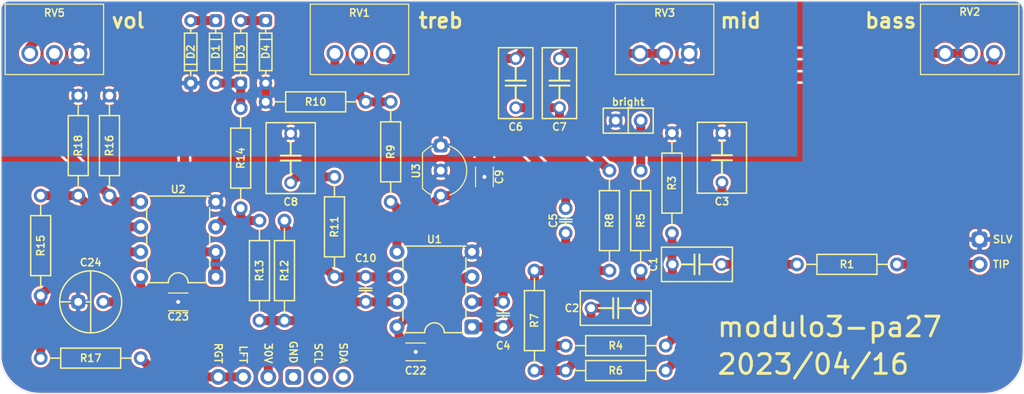
<source format=kicad_pcb>
(kicad_pcb (version 20221018) (generator pcbnew)
  (layers (0 "F.Cu" signal) (31 "B.Cu" signal) (34 "B.Paste" user) (35 "F.Paste" user) (36 "B.SilkS" user "B.Silkscreen") (37 "F.SilkS" user "F.Silkscreen") (38 "B.Mask" user) (39 "F.Mask" user) (44 "Edge.Cuts" user))
  (net 0 "")
  (net 1 "+28V")
  (net 2 "GND")
  (net 3 "Net-(C1-Pad1)")
  (net 4 "Net-(U1A--)")
  (net 5 "Net-(C1-Pad2)")
  (net 6 "Net-(C2-Pad1)")
  (net 7 "Net-(R10-Pad2)")
  (net 8 "Net-(U1B--)")
  (net 9 "Net-(C3-Pad2)")
  (net 10 "Net-(C4-Pad2)")
  (net 11 "Net-(C8-Pad2)")
  (net 12 "Net-(D1-K)")
  (net 13 "Net-(C10-Pad2)")
  (net 14 "/PA_OUT")
  (net 15 "/VGND")
  (net 16 "Net-(C6-Pad1)")
  (net 17 "Net-(D1-A)")
  (net 18 "Net-(D3-A)")
  (net 19 "Net-(U1A-+)")
  (net 20 "Net-(U1B-+)")
  (net 21 "Net-(U2A-+)")
  (net 22 "Net-(U2B--)")
  (net 23 "Net-(U2B-+)")
  (net 24 "Net-(U2A--)")
  (net 25 "Net-(R15-Pad1)")
  (net 26 "/BRT")
  (net 27 "/TRB")
  (net 28 "/BAS")
  (net 29 "/MID")
  (net 33 "Net-(U4-TIP)")
  (footprint "myAmp:C_FILM_L7.2mm_W5.0mm_P5.00mm" (layer "F.Cu") (at 123.825 66 -90)
    (fp_text reference "C3" (at 4.445 0) (layer "F.SilkS") (effects (font (size 0.75 0.75))))
    (fp_text value "1µF" hide)
    (pad "1" thru_hole circle (at -2.5 0 270) (size 1.3 1.3) (drill 0.8) (layers "*.Cu" "*.Mask") (net 15 "/VGND"))
    (pad "2" thru_hole circle (at 2.5 0 270) (size 1.3 1.3) (drill 0.8) (layers "*.Cu" "*.Mask") (net 9 "Net-(C3-Pad2)"))
  )
  (footprint "myAmp:C_2.5MM" (layer "F.Cu") (at 101.6 81.915 -90)
    (fp_text reference "C4" (at 3.175 0) (layer "F.SilkS") (effects (font (size 0.75 0.75))))
    (fp_text value "120pF" hide)
    (pad "1" thru_hole circle (at -1.27 0 270) (size 1.4 1.4) (drill 0.8) (layers "*.Cu" "*.Mask") (net 4 "Net-(U1A--)"))
    (pad "2" thru_hole circle (at 1.27 0 270) (size 1.4 1.4) (drill 0.8) (layers "*.Cu" "*.Mask") (net 10 "Net-(C4-Pad2)"))
  )
  (footprint "myAmp:DO35" (layer "F.Cu") (at 69.85 55.245 90)
    (fp_text reference "D2" (at 0 0 90) (layer "F.SilkS") (effects (font (size 0.75 0.75))))
    (fp_text value "1N4148")
    (pad "1" thru_hole roundrect (at -3.175 0 90) (size 1.3 1.3) (drill 0.7) (layers "*.Cu" "*.Mask") (net 15 "/VGND"))
    (pad "2" thru_hole circle (at 3.175 0 90) (size 1.3 1.3) (drill 0.7) (layers "*.Cu" "*.Mask") (net 12 "Net-(D1-K)"))
  )
  (footprint "myAmp:R_10MM" (layer "F.Cu") (at 118.745 68.58 -90)
    (fp_text reference "R3" (at 0 0 90) (layer "F.SilkS") (effects (font (size 0.75 0.75))))
    (fp_text value "1M" hide)
    (pad "1" thru_hole circle (at -5.08 0 270) (size 1.4 1.4) (drill 0.8) (layers "*.Cu" "*.Mask") (net 15 "/VGND"))
    (pad "2" thru_hole circle (at 5.08 0 270) (size 1.4 1.4) (drill 0.8) (layers "*.Cu" "*.Mask") (net 5 "Net-(C1-Pad2)"))
  )
  (footprint "myAmp:R_10MM" (layer "F.Cu") (at 115.57 72.39 -90)
    (fp_text reference "R5" (at 0 0 90) (layer "F.SilkS") (effects (font (size 0.75 0.75))))
    (fp_text value "1k" hide)
    (pad "1" thru_hole circle (at -5.08 0 270) (size 1.4 1.4) (drill 0.8) (layers "*.Cu" "*.Mask") (net 26 "/BRT"))
    (pad "2" thru_hole circle (at 5.08 0 270) (size 1.4 1.4) (drill 0.8) (layers "*.Cu" "*.Mask") (net 6 "Net-(C2-Pad1)"))
  )
  (footprint "myAmp:R_10MM" (layer "F.Cu") (at 113.03 87.63 180)
    (fp_text reference "R6" (at 0 0) (layer "F.SilkS") (effects (font (size 0.75 0.75))))
    (fp_text value "4k7" hide)
    (pad "1" thru_hole circle (at -5.08 0 180) (size 1.4 1.4) (drill 0.8) (layers "*.Cu" "*.Mask") (net 9 "Net-(C3-Pad2)"))
    (pad "2" thru_hole circle (at 5.08 0 180) (size 1.4 1.4) (drill 0.8) (layers "*.Cu" "*.Mask") (net 4 "Net-(U1A--)"))
  )
  (footprint "myAmp:C_2.5MM" (layer "F.Cu") (at 107.95 72.39 90)
    (fp_text reference "C5" (at 0 -1.27 90) (layer "F.SilkS") (effects (font (size 0.75 0.75))))
    (fp_text value "250pF" hide)
    (pad "1" thru_hole circle (at -1.27 0 90) (size 1.4 1.4) (drill 0.8) (layers "*.Cu" "*.Mask") (net 10 "Net-(C4-Pad2)"))
    (pad "2" thru_hole circle (at 1.27 0 90) (size 1.4 1.4) (drill 0.8) (layers "*.Cu" "*.Mask") (net 27 "/TRB"))
  )
  (footprint "myAmp:DO35" (layer "F.Cu") (at 74.93 55.245 90)
    (fp_text reference "D3" (at 0 0 90) (layer "F.SilkS") (effects (font (size 0.75 0.75))))
    (fp_text value "1N4148")
    (pad "1" thru_hole roundrect (at -3.175 0 90) (size 1.3 1.3) (drill 0.7) (layers "*.Cu" "*.Mask") (net 17 "Net-(D1-A)"))
    (pad "2" thru_hole circle (at 3.175 0 90) (size 1.3 1.3) (drill 0.7) (layers "*.Cu" "*.Mask") (net 18 "Net-(D3-A)"))
  )
  (footprint "myAmp:DO35" (layer "F.Cu") (at 77.47 55.245 -90)
    (fp_text reference "D4" (at 0 0 90) (layer "F.SilkS") (effects (font (size 0.75 0.75))))
    (fp_text value "1N4148")
    (pad "1" thru_hole roundrect (at -3.175 0 270) (size 1.3 1.3) (drill 0.7) (layers "*.Cu" "*.Mask") (net 18 "Net-(D3-A)"))
    (pad "2" thru_hole circle (at 3.175 0 270) (size 1.3 1.3) (drill 0.7) (layers "*.Cu" "*.Mask") (net 15 "/VGND"))
  )
  (footprint "myAmp:R_10MM" (layer "F.Cu") (at 104.775 82.55 -90)
    (fp_text reference "R7" (at 0 0 -270) (layer "F.SilkS") (effects (font (size 0.75 0.75))))
    (fp_text value "47k" hide)
    (pad "1" thru_hole circle (at -5.08 0 270) (size 1.4 1.4) (drill 0.8) (layers "*.Cu" "*.Mask") (net 10 "Net-(C4-Pad2)"))
    (pad "2" thru_hole circle (at 5.08 0 270) (size 1.4 1.4) (drill 0.8) (layers "*.Cu" "*.Mask") (net 4 "Net-(U1A--)"))
  )
  (footprint "myAmp:R_10MM" (layer "F.Cu") (at 112.395 72.39 -90)
    (fp_text reference "R8" (at 0 0 90) (layer "F.SilkS") (effects (font (size 0.75 0.75))))
    (fp_text value "100k" hide)
    (pad "1" thru_hole circle (at -5.08 0 270) (size 1.4 1.4) (drill 0.8) (layers "*.Cu" "*.Mask") (net 16 "Net-(C6-Pad1)"))
    (pad "2" thru_hole circle (at 5.08 0 270) (size 1.4 1.4) (drill 0.8) (layers "*.Cu" "*.Mask") (net 10 "Net-(C4-Pad2)"))
  )
  (footprint "myAmp:C_FILM_L7.2mm_W3.5mm_P5.00mm" (layer "F.Cu") (at 113.03 81.28 180)
    (fp_text reference "C2" (at 4.445 0) (layer "F.SilkS") (effects (font (size 0.75 0.75))))
    (fp_text value "22nF" hide)
    (pad "1" thru_hole circle (at -2.5 0 180) (size 1.3 1.3) (drill 0.8) (layers "*.Cu" "*.Mask") (net 6 "Net-(C2-Pad1)"))
    (pad "2" thru_hole circle (at 2.5 0 180) (size 1.3 1.3) (drill 0.8) (layers "*.Cu" "*.Mask") (net 4 "Net-(U1A--)"))
  )
  (footprint "myAmp:C_FILM_L7.2mm_W3.5mm_P5.00mm" (layer "F.Cu") (at 102.87 58.42 90)
    (fp_text reference "C6" (at -4.445 0) (layer "F.SilkS") (effects (font (size 0.75 0.75))))
    (fp_text value "100nF" hide)
    (pad "1" thru_hole circle (at -2.5 0 90) (size 1.3 1.3) (drill 0.8) (layers "*.Cu" "*.Mask") (net 16 "Net-(C6-Pad1)"))
    (pad "2" thru_hole circle (at 2.5 0 90) (size 1.3 1.3) (drill 0.8) (layers "*.Cu" "*.Mask") (net 28 "/BAS"))
  )
  (footprint "myAmp:C_FILM_L7.2mm_W3.5mm_P5.00mm" (layer "F.Cu") (at 107.315 58.42 90)
    (fp_text reference "C7" (at -4.445 0) (layer "F.SilkS") (effects (font (size 0.75 0.75))))
    (fp_text value "47nF" hide)
    (pad "1" thru_hole circle (at -2.5 0 90) (size 1.3 1.3) (drill 0.8) (layers "*.Cu" "*.Mask") (net 16 "Net-(C6-Pad1)"))
    (pad "2" thru_hole circle (at 2.5 0 90) (size 1.3 1.3) (drill 0.8) (layers "*.Cu" "*.Mask") (net 29 "/MID"))
  )
  (footprint "myAmp:BOURNS_PTD901_xx15K" (layer "F.Cu") (at 149 55.4 180)
    (fp_text reference "RV2" (at 0 4.22) (layer "F.SilkS") (effects (font (size 0.75 0.75))))
    (fp_text value "A250k")
    (pad "1" thru_hole circle (at -2.5 0 180) (size 1.7 1.7) (drill 1.1) (layers "*.Cu" "*.Mask") (net 29 "/MID"))
    (pad "2" thru_hole circle (at 0 0 180) (size 1.7 1.7) (drill 1.1) (layers "*.Cu" "*.Mask") (net 28 "/BAS"))
    (pad "3" thru_hole circle (at 2.5 0 180) (size 1.7 1.7) (drill 1.1) (layers "*.Cu" "*.Mask") (net 28 "/BAS"))
  )
  (footprint "myAmp:BOURNS_PTD901_xx15K" (layer "F.Cu") (at 118 55.4 180)
    (fp_text reference "RV3" (at 0 4.115) (layer "F.SilkS") (effects (font (size 0.75 0.75))))
    (fp_text value "A10k")
    (pad "1" thru_hole circle (at -2.5 0 180) (size 1.7 1.7) (drill 1.1) (layers "*.Cu" "*.Mask") (net 15 "/VGND"))
    (pad "2" thru_hole circle (at 0 0 180) (size 1.7 1.7) (drill 1.1) (layers "*.Cu" "*.Mask") (net 29 "/MID"))
    (pad "3" thru_hole circle (at 2.5 0 180) (size 1.7 1.7) (drill 1.1) (layers "*.Cu" "*.Mask") (net 29 "/MID"))
  )
  (footprint "myAmp:R_10MM" (layer "F.Cu") (at 113.03 85.09)
    (fp_text reference "R4" (at 0 0) (layer "F.SilkS") (effects (font (size 0.75 0.75))))
    (fp_text value "1k" hide)
    (pad "1" thru_hole circle (at -5.08 0) (size 1.4 1.4) (drill 0.8) (layers "*.Cu" "*.Mask") (net 19 "Net-(U1A-+)"))
    (pad "2" thru_hole circle (at 5.08 0) (size 1.4 1.4) (drill 0.8) (layers "*.Cu" "*.Mask") (net 5 "Net-(C1-Pad2)"))
  )
  (footprint "myAmp:DIP-8" (layer "F.Cu") (at 94.615 79.375 180)
    (fp_text reference "U1" (at 0 5.08) (layer "F.SilkS") (effects (font (size 0.75 0.75))))
    (fp_text value "OPA2134")
    (pad "1" thru_hole roundrect (at -3.81 -3.81 180) (size 1.524 1.524) (drill 0.8) (layers "*.Cu" "*.Mask") (net 10 "Net-(C4-Pad2)"))
    (pad "2" thru_hole circle (at -3.81 -1.27 180) (size 1.524 1.524) (drill 0.8) (layers "*.Cu" "*.Mask") (net 4 "Net-(U1A--)"))
    (pad "3" thru_hole circle (at -3.81 1.27 180) (size 1.524 1.524) (drill 0.8) (layers "*.Cu" "*.Mask") (net 19 "Net-(U1A-+)"))
    (pad "4" thru_hole circle (at -3.81 3.81 180) (size 1.524 1.524) (drill 0.8) (layers "*.Cu" "*.Mask") (net 2 "GND"))
    (pad "5" thru_hole circle (at 3.81 3.81 180) (size 1.524 1.524) (drill 0.8) (layers "*.Cu" "*.Mask") (net 20 "Net-(U1B-+)"))
    (pad "6" thru_hole circle (at 3.81 1.27 180) (size 1.524 1.524) (drill 0.8) (layers "*.Cu" "*.Mask") (net 8 "Net-(U1B--)"))
    (pad "7" thru_hole circle (at 3.81 -1.27 180) (size 1.524 1.524) (drill 0.8) (layers "*.Cu" "*.Mask") (net 13 "Net-(C10-Pad2)"))
    (pad "8" thru_hole circle (at 3.81 -3.81 180) (size 1.524 1.524) (drill 0.8) (layers "*.Cu" "*.Mask") (net 1 "+28V"))
  )
  (footprint "myAmp:JUMPER" (layer "F.Cu") (at 114.3 62.23)
    (fp_text reference "SW1")
    (fp_text value "bright" (at 0 -1.905) (layer "F.SilkS") (effects (font (size 0.75 0.75))))
    (pad "1" thru_hole circle (at -1.27 0) (size 1.4 1.4) (drill 0.8) (layers "*.Cu" "*.Mask") (net 15 "/VGND"))
    (pad "2" thru_hole circle (at 1.27 0) (size 1.4 1.4) (drill 0.8) (layers "*.Cu" "*.Mask") (net 26 "/BRT"))
  )
  (footprint "myAmp:C_FILM_L7.2mm_W3.5mm_P5.00mm" (layer "F.Cu") (at 121.285 76.835 180)
    (fp_text reference "C1" (at 4.445 0 90) (layer "F.SilkS") (effects (font (size 0.75 0.75))))
    (fp_text value "150nF" hide)
    (pad "1" thru_hole circle (at -2.5 0 180) (size 1.3 1.3) (drill 0.8) (layers "*.Cu" "*.Mask") (net 3 "Net-(C1-Pad1)"))
    (pad "2" thru_hole circle (at 2.5 0 180) (size 1.3 1.3) (drill 0.8) (layers "*.Cu" "*.Mask") (net 5 "Net-(C1-Pad2)"))
  )
  (footprint "myAmp:DO35" (layer "F.Cu") (at 72.39 55.245 -90)
    (fp_text reference "D1" (at 0 0 -270) (layer "F.SilkS") (effects (font (size 0.75 0.75))))
    (fp_text value "1N4148")
    (pad "1" thru_hole roundrect (at -3.175 0 270) (size 1.3 1.3) (drill 0.7) (layers "*.Cu" "*.Mask") (net 12 "Net-(D1-K)"))
    (pad "2" thru_hole circle (at 3.175 0 270) (size 1.3 1.3) (drill 0.7) (layers "*.Cu" "*.Mask") (net 17 "Net-(D1-A)"))
  )
  (footprint "myAmp:R_10MM" (layer "F.Cu") (at 136.525 76.835)
    (fp_text reference "R1" (at 0 0) (layer "F.SilkS") (effects (font (size 0.75 0.75))))
    (fp_text value "100k" hide)
    (pad "1" thru_hole circle (at -5.08 0) (size 1.4 1.4) (drill 0.8) (layers "*.Cu" "*.Mask") (net 3 "Net-(C1-Pad1)"))
    (pad "2" thru_hole circle (at 5.08 0) (size 1.4 1.4) (drill 0.8) (layers "*.Cu" "*.Mask") (net 33 "Net-(U4-TIP)"))
  )
  (footprint "myAmp:R_10MM" (layer "F.Cu") (at 79.375 77.47 90)
    (fp_text reference "R12" (at 0 0 90) (layer "F.SilkS") (effects (font (size 0.75 0.75))))
    (fp_text value "10k" hide)
    (pad "1" thru_hole circle (at -5.08 0 90) (size 1.4 1.4) (drill 0.8) (layers "*.Cu" "*.Mask") (net 13 "Net-(C10-Pad2)"))
    (pad "2" thru_hole circle (at 5.08 0 90) (size 1.4 1.4) (drill 0.8) (layers "*.Cu" "*.Mask") (net 8 "Net-(U1B--)"))
  )
  (footprint "myAmp:C_FILM_L7.2mm_W5.0mm_P5.00mm" (layer "F.Cu") (at 80.01 66.04 -90)
    (fp_text reference "C8" (at 4.445 0) (layer "F.SilkS") (effects (font (size 0.75 0.75))))
    (fp_text value "1µF" hide)
    (pad "1" thru_hole circle (at -2.5 0 270) (size 1.3 1.3) (drill 0.8) (layers "*.Cu" "*.Mask") (net 15 "/VGND"))
    (pad "2" thru_hole circle (at 2.5 0 270) (size 1.3 1.3) (drill 0.8) (layers "*.Cu" "*.Mask") (net 11 "Net-(C8-Pad2)"))
  )
  (footprint "myAmp:C_1206" (layer "F.Cu") (at 92.71 85.725 180)
    (fp_text reference "C22" (at 0 -1.905 180) (layer "F.SilkS") (effects (font (size 0.75 0.75))))
    (fp_text value "100nF" hide)
    (pad "1" smd roundrect (at -1.7 0 180) (size 1.425 1.75) (layers "F.Cu" "F.Paste" "F.Mask") (roundrect_rratio 0.175) (net 2 "GND"))
    (pad "2" smd roundrect (at 1.7 0 180) (size 1.425 1.75) (layers "F.Cu" "F.Paste" "F.Mask") (roundrect_rratio 0.175) (net 1 "+28V"))
  )
  (footprint "myAmp:DIP-8" (layer "F.Cu") (at 68.58 74.295 180)
    (fp_text reference "U2" (at 0 5.08) (layer "F.SilkS") (effects (font (size 0.75 0.75))))
    (fp_text value "OPA2134")
    (pad "1" thru_hole roundrect (at -3.81 -3.81 180) (size 1.524 1.524) (drill 0.8) (layers "*.Cu" "*.Mask") (net 24 "Net-(U2A--)"))
    (pad "2" thru_hole circle (at -3.81 -1.27 180) (size 1.524 1.524) (drill 0.8) (layers "*.Cu" "*.Mask") (net 24 "Net-(U2A--)"))
    (pad "3" thru_hole circle (at -3.81 1.27 180) (size 1.524 1.524) (drill 0.8) (layers "*.Cu" "*.Mask") (net 21 "Net-(U2A-+)"))
    (pad "4" thru_hole circle (at -3.81 3.81 180) (size 1.524 1.524) (drill 0.8) (layers "*.Cu" "*.Mask") (net 2 "GND"))
    (pad "5" thru_hole circle (at 3.81 3.81 180) (size 1.524 1.524) (drill 0.8) (layers "*.Cu" "*.Mask") (net 23 "Net-(U2B-+)"))
    (pad "6" thru_hole circle (at 3.81 1.27 180) (size 1.524 1.524) (drill 0.8) (layers "*.Cu" "*.Mask") (net 22 "Net-(U2B--)"))
    (pad "7" thru_hole circle (at 3.81 -1.27 180) (size 1.524 1.524) (drill 0.8) (layers "*.Cu" "*.Mask") (net 25 "Net-(R15-Pad1)"))
    (pad "8" thru_hole circle (at 3.81 -3.81 180) (size 1.524 1.524) (drill 0.8) (layers "*.Cu" "*.Mask") (net 1 "+28V"))
  )
  (footprint "myAmp:R_10MM" (layer "F.Cu") (at 61.595 64.77 -90)
    (fp_text reference "R16" (at 0 0 90) (layer "F.SilkS") (effects (font (size 0.75 0.75))))
    (fp_text value "100k" hide)
    (pad "1" thru_hole circle (at -5.08 0 270) (size 1.4 1.4) (drill 0.8) (layers "*.Cu" "*.Mask") (net 15 "/VGND"))
    (pad "2" thru_hole circle (at 5.08 0 270) (size 1.4 1.4) (drill 0.8) (layers "*.Cu" "*.Mask") (net 23 "Net-(U2B-+)"))
  )
  (footprint "myAmp:R_10MM" (layer "F.Cu") (at 54.61 74.93 90)
    (fp_text reference "R15" (at 0 0 90) (layer "F.SilkS") (effects (font (size 0.75 0.75))))
    (fp_text value "2k2" hide)
    (pad "1" thru_hole circle (at -5.08 0 90) (size 1.4 1.4) (drill 0.8) (layers "*.Cu" "*.Mask") (net 25 "Net-(R15-Pad1)"))
    (pad "2" thru_hole circle (at 5.08 0 90) (size 1.4 1.4) (drill 0.8) (layers "*.Cu" "*.Mask") (net 22 "Net-(U2B--)"))
  )
  (footprint "myAmp:BOURNS_PTD901_xx15K" (layer "F.Cu") (at 87 55.4 180)
    (fp_text reference "RV1" (at 0.005 4.115) (layer "F.SilkS") (effects (font (size 0.75 0.75))))
    (fp_text value "A250k")
    (pad "1" thru_hole circle (at -2.5 0 180) (size 1.7 1.7) (drill 1.1) (layers "*.Cu" "*.Mask") (net 28 "/BAS"))
    (pad "2" thru_hole circle (at 0 0 180) (size 1.7 1.7) (drill 1.1) (layers "*.Cu" "*.Mask") (net 7 "Net-(R10-Pad2)"))
    (pad "3" thru_hole circle (at 2.5 0 180) (size 1.7 1.7) (drill 1.1) (layers "*.Cu" "*.Mask") (net 27 "/TRB"))
  )
  (footprint "myAmp:R_10MM" (layer "F.Cu") (at 59.69 86.36 180)
    (fp_text reference "R17" (at 0 0) (layer "F.SilkS") (effects (font (size 0.75 0.75))))
    (fp_text value "220" hide)
    (pad "1" thru_hole circle (at -5.08 0 180) (size 1.4 1.4) (drill 0.8) (layers "*.Cu" "*.Mask") (net 14 "/PA_OUT"))
    (pad "2" thru_hole circle (at 5.08 0 180) (size 1.4 1.4) (drill 0.8) (layers "*.Cu" "*.Mask") (net 25 "Net-(R15-Pad1)"))
  )
  (footprint "myAmp:C_1206" (layer "F.Cu") (at 99.695 67.945 -90)
    (fp_text reference "C9" (at 0 -1.5 -90) (layer "F.SilkS") (effects (font (size 0.75 0.75))))
    (fp_text value "100nF" hide)
    (pad "1" smd roundrect (at -1.7 0 270) (size 1.425 1.75) (layers "F.Cu" "F.Paste" "F.Mask") (roundrect_rratio 0.175) (net 2 "GND"))
    (pad "2" smd roundrect (at 1.7 0 270) (size 1.425 1.75) (layers "F.Cu" "F.Paste" "F.Mask") (roundrect_rratio 0.175) (net 1 "+28V"))
  )
  (footprint "myAmp:R_10MM" (layer "F.Cu") (at 76.835 77.47 -90)
    (fp_text reference "R13" (at 0 0 90) (layer "F.SilkS") (effects (font (size 0.75 0.75))))
    (fp_text value "4k7" hide)
    (pad "1" thru_hole circle (at -5.08 0 270) (size 1.4 1.4) (drill 0.8) (layers "*.Cu" "*.Mask") (net 21 "Net-(U2A-+)"))
    (pad "2" thru_hole circle (at 5.08 0 270) (size 1.4 1.4) (drill 0.8) (layers "*.Cu" "*.Mask") (net 13 "Net-(C10-Pad2)"))
  )
  (footprint "myAmp:R_10MM" (layer "F.Cu") (at 58.42 64.77 -90)
    (fp_text reference "R18" (at 0 0 90) (layer "F.SilkS") (effects (font (size 0.75 0.75))))
    (fp_text value "10k" hide)
    (pad "1" thru_hole circle (at -5.08 0 270) (size 1.4 1.4) (drill 0.8) (layers "*.Cu" "*.Mask") (net 15 "/VGND"))
    (pad "2" thru_hole circle (at 5.08 0 270) (size 1.4 1.4) (drill 0.8) (layers "*.Cu" "*.Mask") (net 22 "Net-(U2B--)"))
  )
  (footprint "myAmp:C_1206" (layer "F.Cu") (at 68.58 80.645 180)
    (fp_text reference "C23" (at 0 -1.5 180) (layer "F.SilkS") (effects (font (size 0.75 0.75))))
    (fp_text value "100nF" hide)
    (pad "1" smd roundrect (at -1.7 0 180) (size 1.425 1.75) (layers "F.Cu" "F.Paste" "F.Mask") (roundrect_rratio 0.175) (net 2 "GND"))
    (pad "2" smd roundrect (at 1.7 0 180) (size 1.425 1.75) (layers "F.Cu" "F.Paste" "F.Mask") (roundrect_rratio 0.175) (net 1 "+28V"))
  )
  (footprint "myAmp:R_10MM" (layer "F.Cu") (at 74.93 66.04 -90)
    (fp_text reference "R14" (at 0 0 90) (layer "F.SilkS") (effects (font (size 0.75 0.75))))
    (fp_text value "220" hide)
    (pad "1" thru_hole circle (at -5.08 0 270) (size 1.4 1.4) (drill 0.8) (layers "*.Cu" "*.Mask") (net 17 "Net-(D1-A)"))
    (pad "2" thru_hole circle (at 5.08 0 270) (size 1.4 1.4) (drill 0.8) (layers "*.Cu" "*.Mask") (net 21 "Net-(U2A-+)"))
  )
  (footprint "myAmp:TO-92_Inline_Wide" (layer "F.Cu") (at 95.25 67.31 -90)
    (fp_text reference "U3" (at 0.04 2.5 90) (layer "F.SilkS") (effects (font (size 0.75 0.75))))
    (fp_text value "TLE2426" hide)
    (pad "1" thru_hole roundrect (at -2.54 0) (size 1.4 1.4) (drill 0.8) (layers "*.Cu" "*.Mask") (net 15 "/VGND"))
    (pad "2" thru_hole circle (at 0 0) (size 1.4 1.4) (drill 0.8) (layers "*.Cu" "*.Mask") (net 2 "GND"))
    (pad "3" thru_hole circle (at 2.54 0) (size 1.4 1.4) (drill 0.8) (layers "*.Cu" "*.Mask") (net 1 "+28V"))
  )
  (footprint "myAmp:EXT_JACK" (layer "F.Cu") (at 150 74.295)
    (fp_text reference "U4" hide)
    (fp_text value "~" hide)
    (fp_text user "SLV" (at 1.27 0 unlocked) (layer "F.SilkS") (effects (font (size 0.75 0.75)) (justify left)))
    (fp_text user "TIP" (at 1.27 2.54 unlocked) (layer "F.SilkS") (effects (font (size 0.75 0.75)) (justify left)))
    (pad "1" thru_hole roundrect (at 0 0 270) (size 1.6 1.6) (drill 0.9) (layers "*.Cu" "*.Mask") (net 2 "GND"))
    (pad "2" thru_hole circle (at 0 2.54 270) (size 1.6 1.6) (drill 0.9) (layers "*.Cu" "*.Mask") (net 33 "Net-(U4-TIP)"))
  )
  (footprint "myAmp:C_2.5MM" (layer "F.Cu") (at 87.63 79.375 -90)
    (fp_text reference "C10" (at -3.175 0) (layer "F.SilkS") (effects (font (size 0.75 0.75))))
    (fp_text value "120pF" hide)
    (pad "1" thru_hole circle (at -1.27 0 270) (size 1.4 1.4) (drill 0.8) (layers "*.Cu" "*.Mask") (net 8 "Net-(U1B--)"))
    (pad "2" thru_hole circle (at 1.27 0 270) (size 1.4 1.4) (drill 0.8) (layers "*.Cu" "*.Mask") (net 13 "Net-(C10-Pad2)"))
  )
  (footprint "myAmp:R_10MM" (layer "F.Cu") (at 90.17 65.405 90)
    (fp_text reference "R9" (at 0 0 90) (layer "F.SilkS") (effects (font (size 0.75 0.75))))
    (fp_text value "1k" hide)
    (pad "1" thru_hole circle (at -5.08 0 90) (size 1.4 1.4) (drill 0.8) (layers "*.Cu" "*.Mask") (net 20 "Net-(U1B-+)"))
    (pad "2" thru_hole circle (at 5.08 0 90) (size 1.4 1.4) (drill 0.8) (layers "*.Cu" "*.Mask") (net 7 "Net-(R10-Pad2)"))
  )
  (footprint "myAmp:R_10MM" (layer "F.Cu") (at 84.455 73.025 -90)
    (fp_text reference "R11" (at 0 0 90) (layer "F.SilkS") (effects (font (size 0.75 0.75))))
    (fp_text value "10k" hide)
    (pad "1" thru_hole circle (at -5.08 0 270) (size 1.4 1.4) (drill 0.8) (layers "*.Cu" "*.Mask") (net 11 "Net-(C8-Pad2)"))
    (pad "2" thru_hole circle (at 5.08 0 270) (size 1.4 1.4) (drill 0.8) (layers "*.Cu" "*.Mask") (net 8 "Net-(U1B--)"))
  )
  (footprint "myAmp:CPOL_D6.3_P2.5" (layer "F.Cu") (at 59.69 80.645 180)
    (fp_text reference "C24" (at 0 4) (layer "F.SilkS") (effects (font (size 0.75 0.75))))
    (fp_text value "47µF")
    (pad "1" thru_hole circle (at -1.27 0 180) (size 1.4 1.4) (drill 0.8) (layers "*.Cu" "*.Mask") (net 1 "+28V"))
    (pad "2" thru_hole roundrect (at 1.27 0 180) (size 1.4 1.4) (drill 0.8) (layers "*.Cu" "*.Mask") (net 2 "GND"))
  )
  (footprint "myAmp:R_10MM" (layer "F.Cu") (at 82.55 60.325)
    (fp_text reference "R10" (at 0 0) (layer "F.SilkS") (effects (font (size 0.75 0.75))))
    (fp_text value "1M" hide)
    (pad "1" thru_hole circle (at -5.08 0) (size 1.4 1.4) (drill 0.8) (layers "*.Cu" "*.Mask") (net 15 "/VGND"))
    (pad "2" thru_hole circle (at 5.08 0) (size 1.4 1.4) (drill 0.8) (layers "*.Cu" "*.Mask") (net 7 "Net-(R10-Pad2)"))
  )
  (footprint "myAmp:PREAMP_CONN" (layer "F.Cu") (at 79 88.265 180)
    (fp_text reference "U5" hide)
    (fp_text value "~" hide)
    (fp_text user "GND" (at -1.27 1.27 270 unlocked) (layer "F.SilkS") (effects (font (size 0.75 0.75)) (justify right)))
    (fp_text user "30V" (at 1.27 1.27 270 unlocked) (layer "F.SilkS") (effects (font (size 0.75 0.75)) (justify right)))
    (fp_text user "RGT" (at 6.35 1.27 270 unlocked) (layer "F.SilkS") (effects (font (size 0.75 0.75)) (justify right)))
    (fp_text user "LFT" (at 3.81 1.27 270 unlocked) (layer "F.SilkS") (effects (font (size 0.75 0.75)) (justify right)))
    (fp_text user "SCL" (at -3.81 1.27 270 unlocked) (layer "F.SilkS") (effects (font (size 0.75 0.75)) (justify right)))
    (fp_text user "SDA" (at -6.35 1.27 270 unlocked) (layer "F.SilkS") (effects (font (size 0.75 0.75)) (justify right)))
    (pad "1" thru_hole circle (at -6.35 0 180) (size 1.6 1.6) (drill 0.9) (layers "*.Cu" "*.Mask"))
    (pad "2" thru_hole circle (at -3.81 0 180) (size 1.6 1.6) (drill 0.9) (layers "*.Cu" "*.Mask"))
    (pad "3" thru_hole roundrect (at -1.27 0 180) (size 1.6 1.6) (drill 0.9) (layers "*.Cu" "*.Mask"))
    (pad "4" thru_hole circle (at 1.27 0 180) (size 1.6 1.6) (drill 0.9) (layers "*.Cu" "*.Mask") (net 1 "+28V"))
    (pad "5" thru_hole circle (at 3.81 0 180) (size 1.6 1.6) (drill 0.9) (layers "*.Cu" "*.Mask") (net 14 "/PA_OUT"))
    (pad "6" thru_hole circle (at 6.35 0 180) (size 1.6 1.6) (drill 0.9) (layers "*.Cu" "*.Mask") (net 14 "/PA_OUT"))
  )
  (footprint "myAmp:BOURNS_PTD901_xx15K" (layer "F.Cu") (at 56 55.4 180)
    (fp_text reference "RV5" (at 0 4.115) (layer "F.SilkS") (effects (font (size 0.75 0.75))))
    (fp_text value "A50K")
    (pad "1" thru_hole circle (at -2.5 0 180) (size 1.7 1.7) (drill 1.1) (layers "*.Cu" "*.Mask") (net 15 "/VGND"))
    (pad "2" thru_hole circle (at 0 0 180) (size 1.7 1.7) (drill 1.1) (layers "*.Cu" "*.Mask") (net 23 "Net-(U2B-+)"))
    (pad "3" thru_hole circle (at 2.5 0 180) (size 1.7 1.7) (drill 1.1) (layers "*.Cu" "*.Mask") (net 24 "Net-(U2A--)"))
  )
  (gr_line (start 50.5 86) (end 50.5 51) (stroke (width 0.05)) (layer "Edge.Cuts"))
  (gr_arc (start 54.5 90) (mid 51.671573 88.828427) (end 50.5 86) (stroke (width 0.05)) (layer "Edge.Cuts"))
  (gr_arc (start 50.5 51) (mid 50.792893 50.292893) (end 51.5 50) (stroke (width 0.05)) (layer "Edge.Cuts"))
  (gr_line (start 154.5 51) (end 154.5 86) (stroke (width 0.05)) (layer "Edge.Cuts"))
  (gr_line (start 150.5 90) (end 54.5 90) (stroke (width 0.05)) (layer "Edge.Cuts"))
  (gr_arc (start 153.5 50) (mid 154.207107 50.292893) (end 154.5 51) (stroke (width 0.05)) (layer "Edge.Cuts"))
  (gr_line (start 51.5 50) (end 153.5 50) (stroke (width 0.05)) (layer "Edge.Cuts"))
  (gr_arc (start 154.5 86) (mid 153.328427 88.828427) (end 150.5 90) (stroke (width 0.05)) (layer "Edge.Cuts"))
  (gr_text "2023/04/16" (at 123.19 86.995) (layer "F.SilkS") (effects (font (size 2 2) (thickness 0.3)) (justify left)))
  (gr_text "vol" (at 63.5 52.07) (layer "F.SilkS") (effects (font (size 1.5 1.5) (thickness 0.3))))
  (gr_text "mid" (at 125.73 52.07) (layer "F.SilkS") (effects (font (size 1.5 1.5) (thickness 0.3))))
  (gr_text "bass" (at 140.97 52.07) (layer "F.SilkS") (effects (font (size 1.5 1.5) (thickness 0.3))))
  (gr_text "modulo3-pa27" (at 123.19 83.185) (layer "F.SilkS") (effects (font (size 2 2) (thickness 0.3)) (justify left)))
  (gr_text "treb" (at 95.25 52.07) (layer "F.SilkS") (effects (font (size 1.5 1.5) (thickness 0.3))))
  (segment (start 91.01 85.725) (end 91.01 83.39) (width 0.9144) (layer "F.Cu") (net 1))
  (segment (start 92.5195 81.4705) (end 90.805 83.185) (width 0.9144) (layer "F.Cu") (net 1))
  (segment (start 77.73 85.985) (end 77.47 85.725) (width 0.9144) (layer "F.Cu") (net 1))
  (segment (start 91.01 83.39) (end 90.805 83.185) (width 0.9144) (layer "F.Cu") (net 1))
  (segment (start 77.73 88.265) (end 77.73 85.985) (width 0.9144) (layer "F.Cu") (net 1))
  (segment (start 77.47 85.725) (end 67.945 85.725) (width 0.9144) (layer "F.Cu") (net 1))
  (segment (start 99.49 69.85) (end 99.695 69.645) (width 0.9144) (layer "F.Cu") (net 1))
  (segment (start 95.25 69.85) (end 92.5195 72.5805) (width 0.9144) (layer "F.Cu") (net 1))
  (segment (start 67.945 85.725) (end 64.77 82.55) (width 0.9144) (layer "F.Cu") (net 1))
  (segment (start 91.01 85.725) (end 77.47 85.725) (width 0.9144) (layer "F.Cu") (net 1))
  (segment (start 64.77 82.55) (end 64.77 78.105) (width 0.9144) (layer "F.Cu") (net 1))
  (segment (start 95.25 69.85) (end 99.49 69.85) (width 0.9144) (layer "F.Cu") (net 1))
  (segment (start 60.96 80.645) (end 66.88 80.645) (width 0.9144) (layer "F.Cu") (net 1))
  (segment (start 92.5195 72.5805) (end 92.5195 81.4705) (width 0.9144) (layer "F.Cu") (net 1))
  (via (at 99.695 67.945) (size 1.4) (drill 0.4) (layers "F.Cu" "B.Cu") (net 2))
  (via (at 68.58 80.645) (size 1.4) (drill 0.4) (layers "F.Cu" "B.Cu") (net 2))
  (via (at 92.71 85.725) (size 1.4) (drill 0.4) (layers "F.Cu" "B.Cu") (net 2))
  (segment (start 123.785 76.835) (end 131.445 76.835) (width 0.9144) (layer "F.Cu") (net 3))
  (segment (start 101.6 80.645) (end 98.425 80.645) (width 0.9144) (layer "F.Cu") (net 4))
  (segment (start 111.76 81.28) (end 110.53 81.28) (width 0.9144) (layer "F.Cu") (net 4))
  (segment (start 101.6 76.835) (end 106.045 72.39) (width 0.9144) (layer "F.Cu") (net 4))
  (segment (start 110.53 85.05) (end 110.53 81.28) (width 0.9144) (layer "F.Cu") (net 4))
  (segment (start 101.6 80.645) (end 101.6 76.835) (width 0.9144) (layer "F.Cu") (net 4))
  (segment (start 107.95 87.63) (end 110.53 85.05) (width 0.9144) (layer "F.Cu") (net 4))
  (segment (start 110.49 72.39) (end 113.9952 75.8952) (width 0.9144) (layer "F.Cu") (net 4))
  (segment (start 113.9952 75.8952) (end 113.9952 79.0448) (width 0.9144) (layer "F.Cu") (net 4))
  (segment (start 106.045 72.39) (end 110.49 72.39) (width 0.6096) (layer "F.Cu") (net 4))
  (segment (start 104.775 87.63) (end 107.95 87.63) (width 0.9144) (layer "F.Cu") (net 4))
  (segment (start 113.9952 79.0448) (end 111.76 81.28) (width 0.9144) (layer "F.Cu") (net 4))
  (segment (start 118.785 76.835) (end 118.785 84.415) (width 0.9144) (layer "F.Cu") (net 5))
  (segment (start 118.745 76.795) (end 118.785 76.835) (width 0.9144) (layer "F.Cu") (net 5))
  (segment (start 118.745 73.66) (end 118.745 76.795) (width 0.9144) (layer "F.Cu") (net 5))
  (segment (start 118.785 84.415) (end 118.11 85.09) (width 0.9144) (layer "F.Cu") (net 5))
  (segment (start 115.57 81.24) (end 115.53 81.28) (width 0.9144) (layer "F.Cu") (net 6))
  (segment (start 115.57 77.47) (end 115.57 81.24) (width 0.9144) (layer "F.Cu") (net 6))
  (segment (start 87.63 60.325) (end 90.17 60.325) (width 0.9144) (layer "F.Cu") (net 7))
  (segment (start 87 59.695) (end 87.63 60.325) (width 0.9144) (layer "F.Cu") (net 7))
  (segment (start 87 55.4) (end 87 59.695) (width 0.9144) (layer "F.Cu") (net 7))
  (segment (start 90.805 78.105) (end 84.455 78.105) (width 0.9144) (layer "F.Cu") (net 8))
  (segment (start 79.375 72.39) (end 79.375 73.025) (width 0.9144) (layer "F.Cu") (net 8))
  (segment (start 79.375 73.025) (end 84.455 78.105) (width 0.9144) (layer "F.Cu") (net 8))
  (segment (start 121.285 74.715) (end 123.825 72.175) (width 0.9144) (layer "F.Cu") (net 9))
  (segment (start 121.285 84.455) (end 121.285 74.715) (width 0.9144) (layer "F.Cu") (net 9))
  (segment (start 118.11 87.63) (end 121.285 84.455) (width 0.9144) (layer "F.Cu") (net 9))
  (segment (start 123.825 72.175) (end 123.825 68.5) (width 0.9144) (layer "F.Cu") (net 9))
  (segment (start 98.425 83.185) (end 101.6 83.185) (width 0.9144) (layer "F.Cu") (net 10))
  (segment (start 108.585 77.47) (end 104.775 77.47) (width 0.9144) (layer "F.Cu") (net 10))
  (segment (start 107.95 73.66) (end 107.95 77.47) (width 0.9144) (layer "F.Cu") (net 10))
  (segment (start 112.395 77.47) (end 108.585 77.47) (width 0.9144) (layer "F.Cu") (net 10))
  (segment (start 101.9175 83.185) (end 104.775 80.3275) (width 0.9144) (layer "F.Cu") (net 10))
  (segment (start 101.6 83.185) (end 101.9175 83.185) (width 0.9144) (layer "F.Cu") (net 10))
  (segment (start 104.775 80.3275) (end 104.775 77.47) (width 0.9144) (layer "F.Cu") (net 10))
  (segment (start 80.605 67.945) (end 80.01 68.54) (width 0.9144) (layer "F.Cu") (net 11))
  (segment (start 84.455 67.945) (end 80.605 67.945) (width 0.9144) (layer "F.Cu") (net 11))
  (segment (start 69.85 52.07) (end 72.39 52.07) (width 0.9144) (layer "F.Cu") (net 12))
  (segment (start 76.835 82.55) (end 79.375 82.55) (width 0.9144) (layer "F.Cu") (net 13))
  (segment (start 87.63 80.645) (end 90.805 80.645) (width 0.9144) (layer "F.Cu") (net 13))
  (segment (start 83.185 82.55) (end 85.09 80.645) (width 0.9144) (layer "F.Cu") (net 13))
  (segment (start 85.09 80.645) (end 87.63 80.645) (width 0.9144) (layer "F.Cu") (net 13))
  (segment (start 79.375 82.55) (end 83.185 82.55) (width 0.9144) (layer "F.Cu") (net 13))
  (segment (start 64.77 86.36) (end 66.675 88.265) (width 0.9144) (layer "F.Cu") (net 14))
  (segment (start 66.675 88.265) (end 75.19 88.265) (width 0.9144) (layer "F.Cu") (net 14))
  (segment (start 77.47 58.42) (end 77.47 60.325) (width 0.9144) (layer "F.Cu") (net 15))
  (segment (start 102.87 60.92) (end 107.315 60.92) (width 0.9144) (layer "F.Cu") (net 16))
  (segment (start 107.315 60.92) (end 107.315 62.23) (width 0.9144) (layer "F.Cu") (net 16))
  (segment (start 107.315 62.23) (end 112.395 67.31) (width 0.9144) (layer "F.Cu") (net 16))
  (segment (start 74.93 60.96) (end 74.93 58.42) (width 0.9144) (layer "F.Cu") (net 17))
  (segment (start 74.93 58.42) (end 72.39 58.42) (width 0.9144) (layer "F.Cu") (net 17))
  (segment (start 74.93 52.07) (end 77.47 52.07) (width 0.9144) (layer "F.Cu") (net 18))
  (segment (start 97.8154 78.105) (end 96.266 79.6544) (width 0.9144) (layer "F.Cu") (net 19))
  (segment (start 98.425 78.105) (end 97.8154 78.105) (width 0.9144) (layer "F.Cu") (net 19))
  (segment (start 96.266 83.9724) (end 97.3836 85.09) (width 0.9144) (layer "F.Cu") (net 19))
  (segment (start 97.3836 85.09) (end 107.95 85.09) (width 0.9144) (layer "F.Cu") (net 19))
  (segment (start 96.266 79.6544) (end 96.266 83.9724) (width 0.9144) (layer "F.Cu") (net 19))
  (segment (start 90.805 75.565) (end 90.805 71.12) (width 0.9144) (layer "F.Cu") (net 20))
  (segment (start 90.805 71.12) (end 90.17 70.485) (width 0.9144) (layer "F.Cu") (net 20))
  (segment (start 73.025 72.39) (end 72.39 73.025) (width 0.9144) (layer "F.Cu") (net 21))
  (segment (start 74.93 72.39) (end 73.025 72.39) (width 0.9144) (layer "F.Cu") (net 21))
  (segment (start 76.835 72.39) (end 74.93 72.39) (width 0.9144) (layer "F.Cu") (net 21))
  (segment (start 74.93 71.12) (end 74.93 72.39) (width 0.9144) (layer "F.Cu") (net 21))
  (segment (start 54.61 69.85) (end 58.42 69.85) (width 0.9144) (layer "F.Cu") (net 22))
  (segment (start 64.77 73.025) (end 61.595 73.025) (width 0.9144) (layer "F.Cu") (net 22))
  (segment (start 61.595 73.025) (end 58.42 69.85) (width 0.9144) (layer "F.Cu") (net 22))
  (segment (start 56 64.255) (end 61.595 69.85) (width 0.9144) (layer "F.Cu") (net 23))
  (segment (start 56 55.4) (end 56 64.255) (width 0.9144) (layer "F.Cu") (net 23))
  (segment (start 62.23 70.485) (end 61.595 69.85) (width 0.9144) (layer "F.Cu") (net 23))
  (segment (start 64.77 70.485) (end 62.23 70.485) (width 0.9144) (layer "F.Cu") (net 23))
  (segment (start 53.5 55.4) (end 53.5 54.7548) (width 0.9144) (layer "F.Cu") (net 24))
  (segment (start 69.215 62.23) (end 69.215 73.66) (width 0.9144) (layer "F.Cu") (net 24))
  (segment (start 53.5 54.7548) (end 54.9148 53.34) (width 0.9144) (layer "F.Cu") (net 24))
  (segment (start 60.325 53.34) (end 69.215 62.23) (width 0.9144) (layer "F.Cu") (net 24))
  (segment (start 72.39 75.565) (end 72.39 78.105) (width 0.9144) (layer "F.Cu") (net 24))
  (segment (start 71.12 75.565) (end 72.39 75.565) (width 0.9144) (layer "F.Cu") (net 24))
  (segment (start 54.9148 53.34) (end 60.325 53.34) (width 0.9144) (layer "F.Cu") (net 24))
  (segment (start 69.215 73.66) (end 71.12 75.565) (width 0.9144) (layer "F.Cu") (net 24))
  (segment (start 54.61 80.01) (end 54.61 86.36) (width 0.9144) (layer "F.Cu") (net 25))
  (segment (start 59.055 75.565) (end 54.61 80.01) (width 0.9144) (layer "F.Cu") (net 25))
  (segment (start 64.77 75.565) (end 59.055 75.565) (width 0.9144) (layer "F.Cu") (net 25))
  (segment (start 115.57 67.31) (end 115.57 62.23) (width 0.9144) (layer "F.Cu") (net 26))
  (segment (start 107.95 71.12) (end 107.95 69.255) (width 0.9144) (layer "F.Cu") (net 27))
  (segment (start 85.344 62.484) (end 84.5 61.64) (width 0.9144) (layer "F.Cu") (net 27))
  (segment (start 101.179 62.484) (end 85.344 62.484) (width 0.9144) (layer "F.Cu") (net 27))
  (segment (start 84.5 61.64) (end 84.5 55.4) (width 0.9144) (layer "F.Cu") (net 27))
  (segment (start 107.95 69.255) (end 101.179 62.484) (width 0.9144) (layer "F.Cu") (net 27))
  (segment (start 121.285 53.34) (end 123.345 55.4) (width 0.9144) (layer "F.Cu") (net 28))
  (segment (start 146.5 55.4) (end 149 55.4) (width 0.9144) (layer "F.Cu") (net 28))
  (segment (start 90.02 55.92) (end 89.5 55.4) (width 0.9144) (layer "F.Cu") (net 28))
  (segment (start 102.87 55.92) (end 90.02 55.92) (width 0.9144) (layer "F.Cu") (net 28))
  (segment (start 102.87 55.92) (end 105.45 53.34) (width 0.9144) (layer "F.Cu") (net 28))
  (segment (start 105.45 53.34) (end 121.285 53.34) (width 0.9144) (layer "F.Cu") (net 28))
  (segment (start 123.345 55.4) (end 146.5 55.4) (width 0.9144) (layer "F.Cu") (net 28))
  (segment (start 151.5 55.4) (end 151.5 56.145) (width 0.9144) (layer "F.Cu") (net 29))
  (segment (start 115.5 55.4) (end 107.835 55.4) (width 0.9144) (layer "F.Cu") (net 29))
  (segment (start 118 56.405) (end 118 55.4) (width 0.9144) (layer "F.Cu") (net 29))
  (segment (start 151.5 56.145) (end 149.86 57.785) (width 0.9144) (layer "F.Cu") (net 29))
  (segment (start 118 55.4) (end 115.5 55.4) (width 0.9144) (layer "F.Cu") (net 29))
  (segment (start 119.38 57.785) (end 118 56.405) (width 0.9144) (layer "F.Cu") (net 29))
  (segment (start 149.86 57.785) (end 119.38 57.785) (width 0.9144) (layer "F.Cu") (net 29))
  (segment (start 107.835 55.4) (end 107.315 55.92) (width 0.9144) (layer "F.Cu") (net 29))
  (segment (start 141.605 76.835) (end 150 76.835) (width 0.9144) (layer "F.Cu") (net 33))
  (zone (net 2) (net_name "GND") (layer "F.Cu") (connect_pads (clearance 0.254)) (min_thickness 0.254) (fill yes (thermal_gap 0.254) (thermal_bridge_width 0.4572) (island_removal_mode 2) (island_area_min 5))
    (polygon (pts (xy 154.5 90) (xy 50.5 90) (xy 50.5 50) (xy 154.5 50)))
  )
  (zone (net 15) (net_name "/VGND") (layer "B.Cu") (connect_pads (clearance 0.3048)) (min_thickness 0.254) (fill yes (thermal_gap 0.3048) (thermal_bridge_width 0.4572))
    (polygon (pts (xy 131.5 65.88) (xy 50.5 65.88) (xy 50.5 50) (xy 131.5 50)))
  )
  (zone (net 2) (net_name "GND") (layer "B.Cu") (connect_pads (clearance 0.3048)) (min_thickness 0.254) (fill yes (thermal_gap 0.3048) (thermal_bridge_width 0.4572))
    (polygon (pts (xy 132 66.38) (xy 132 50) (xy 154.5 50) (xy 154.5 90) (xy 50.5 90) (xy 50.5 66.38)))
  )
)
</source>
